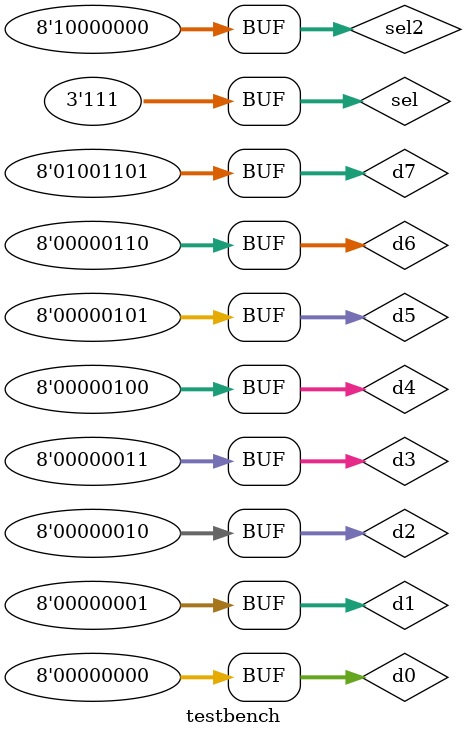
<source format=v>

`timescale 1 ns / 100 ps
module testbench;
	parameter DATA_WIDTH = 8;
	parameter SEL_WIDTH = 3;	//2;
	parameter INPUT_CHANNELS = 8;
    // input and output test signals
    wire  [DATA_WIDTH-1:0] y;
	wire  [DATA_WIDTH-1:0] y2;
	reg   [SEL_WIDTH-1:0] sel;
	reg   [INPUT_CHANNELS-1:0] sel2;
	reg   [DATA_WIDTH-1:0] d0; 
	reg	  [DATA_WIDTH-1:0] d1;
	reg   [DATA_WIDTH-1:0] d2;
	reg   [DATA_WIDTH-1:0] d3;
	reg   [DATA_WIDTH-1:0] d4; 
	reg   [DATA_WIDTH-1:0] d5;
	reg   [DATA_WIDTH-1:0] d6;
	reg   [DATA_WIDTH-1:0] d7;
 
   // creating the instance of the module we want to test
	bn_mux_n_1_generate #(DATA_WIDTH,SEL_WIDTH) bn_mux_n_1_generate (.data({d7,d6,d5,d4,d3,d2,d1,d0}), .sel(sel), .y(y));
	//bn_mux_n_1_generate #(DATA_WIDTH,SEL_WIDTH) bn_mux_n_1_generate (.data({d3,d2,d1,d0}), .sel(sel), .y(y));
	
	bn_selector_n_1_generate #(DATA_WIDTH,INPUT_CHANNELS) bn_selector_n_1_generate (.data({d7,d6,d5,d4,d3,d2,d1,d0}), .sel(sel2), .y(y2));
	
	initial 
        begin
			d0=0; d1=1; d2=2; d3=3; d4=4; d5=5; d6=6; d7=7;
			#5;
            sel = 0;     
			sel2 = 8'b00000001;
			#10;
			repeat (2**SEL_WIDTH-1)	
			begin
				sel=sel+1;
				sel2=sel2<<1;
				#10;
			end
			d7=123;
			#10;
			d7=77;
			#10;
        end
    // do at the beginning of the simulation
    //  print signal values on every change
    initial 
        $monitor("sel=%b sel2=%b d0=%d d1=%d d2=%d d3=%d d4=%d d5=%d d6=%d d7=%d y=%d y2=%d", 
		         sel, sel2, d0, d1, d2, d3, d4, d5, d6, d7, y, y2);
    // do at the beginning of the simulation
    initial 
        $dumpvars;  //iverilog dump init
endmodule

</source>
